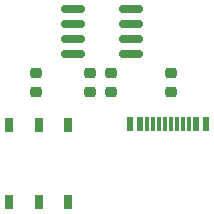
<source format=gbr>
%TF.GenerationSoftware,KiCad,Pcbnew,7.0.7*%
%TF.CreationDate,2024-07-11T11:51:31-04:00*%
%TF.ProjectId,attiny412_breakout,61747469-6e79-4343-9132-5f627265616b,1.0*%
%TF.SameCoordinates,Original*%
%TF.FileFunction,Paste,Top*%
%TF.FilePolarity,Positive*%
%FSLAX46Y46*%
G04 Gerber Fmt 4.6, Leading zero omitted, Abs format (unit mm)*
G04 Created by KiCad (PCBNEW 7.0.7) date 2024-07-11 11:51:31*
%MOMM*%
%LPD*%
G01*
G04 APERTURE LIST*
G04 Aperture macros list*
%AMRoundRect*
0 Rectangle with rounded corners*
0 $1 Rounding radius*
0 $2 $3 $4 $5 $6 $7 $8 $9 X,Y pos of 4 corners*
0 Add a 4 corners polygon primitive as box body*
4,1,4,$2,$3,$4,$5,$6,$7,$8,$9,$2,$3,0*
0 Add four circle primitives for the rounded corners*
1,1,$1+$1,$2,$3*
1,1,$1+$1,$4,$5*
1,1,$1+$1,$6,$7*
1,1,$1+$1,$8,$9*
0 Add four rect primitives between the rounded corners*
20,1,$1+$1,$2,$3,$4,$5,0*
20,1,$1+$1,$4,$5,$6,$7,0*
20,1,$1+$1,$6,$7,$8,$9,0*
20,1,$1+$1,$8,$9,$2,$3,0*%
G04 Aperture macros list end*
%ADD10RoundRect,0.150000X-0.825000X-0.150000X0.825000X-0.150000X0.825000X0.150000X-0.825000X0.150000X0*%
%ADD11R,0.700000X1.200000*%
%ADD12R,0.600000X1.240000*%
%ADD13R,0.300000X1.240000*%
%ADD14RoundRect,0.218750X-0.256250X0.218750X-0.256250X-0.218750X0.256250X-0.218750X0.256250X0.218750X0*%
G04 APERTURE END LIST*
D10*
%TO.C,U2*%
X146115000Y-94615000D03*
X146115000Y-95885000D03*
X146115000Y-97155000D03*
X146115000Y-98425000D03*
X151065000Y-98425000D03*
X151065000Y-97155000D03*
X151065000Y-95885000D03*
X151065000Y-94615000D03*
%TD*%
D11*
%TO.C,SW1*%
X140756000Y-104446000D03*
X143256000Y-104446000D03*
X145756000Y-104446000D03*
X140756000Y-110946000D03*
X143256000Y-110946000D03*
X145756000Y-110946000D03*
%TD*%
D12*
%TO.C,J1*%
X151001600Y-104368694D03*
X151801600Y-104368694D03*
D13*
X152951600Y-104368694D03*
X153951600Y-104368694D03*
X154451600Y-104368694D03*
X155451600Y-104368694D03*
D12*
X156601600Y-104368694D03*
X157401600Y-104368694D03*
X157401600Y-104368694D03*
X156601600Y-104368694D03*
D13*
X155951600Y-104368694D03*
X154951600Y-104368694D03*
X153451600Y-104368694D03*
X152451600Y-104368694D03*
D12*
X151801600Y-104368694D03*
X151001600Y-104368694D03*
%TD*%
D14*
%TO.C,D4*%
X147574000Y-101651000D03*
X147574000Y-100076000D03*
%TD*%
%TO.C,D3*%
X149352000Y-100076000D03*
X149352000Y-101651000D03*
%TD*%
%TO.C,D2*%
X154432000Y-100076000D03*
X154432000Y-101651000D03*
%TD*%
%TO.C,D1*%
X143002000Y-101651000D03*
X143002000Y-100076000D03*
%TD*%
M02*

</source>
